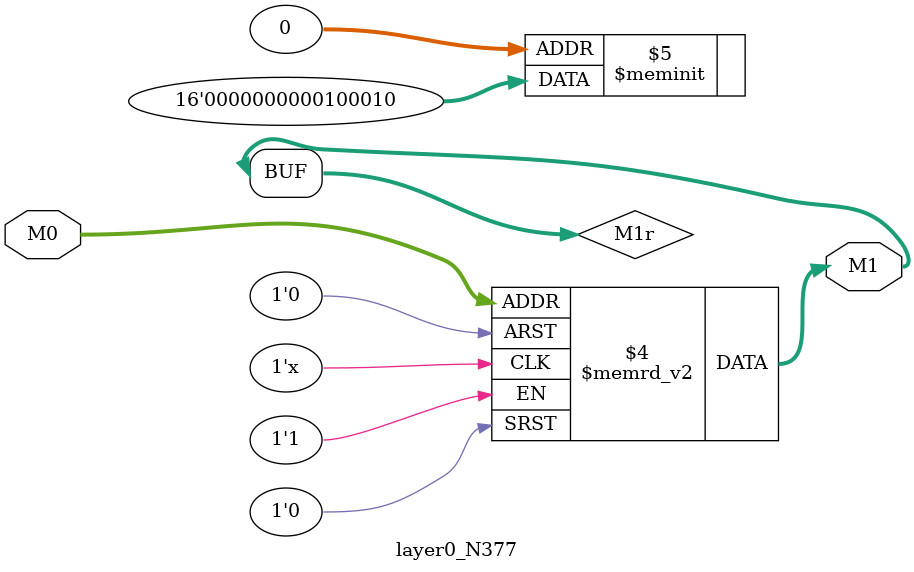
<source format=v>
module layer0_N377 ( input [2:0] M0, output [1:0] M1 );

	(*rom_style = "distributed" *) reg [1:0] M1r;
	assign M1 = M1r;
	always @ (M0) begin
		case (M0)
			3'b000: M1r = 2'b10;
			3'b100: M1r = 2'b00;
			3'b010: M1r = 2'b10;
			3'b110: M1r = 2'b00;
			3'b001: M1r = 2'b00;
			3'b101: M1r = 2'b00;
			3'b011: M1r = 2'b00;
			3'b111: M1r = 2'b00;

		endcase
	end
endmodule

</source>
